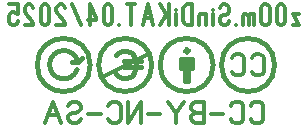
<source format=gbr>
%FSLAX34Y34*%
%MOMM*%
%LNSILK_BOTTOM*%
G71*
G01*
%ADD10C,0.318*%
%ADD11C,0.400*%
%ADD12C,0.300*%
%ADD13C,0.413*%
%LPD*%
G54D10*
X569382Y1202443D02*
X570716Y1200221D01*
X573382Y1199110D01*
X576049Y1199110D01*
X578716Y1200221D01*
X580049Y1202443D01*
X580049Y1213554D01*
X578716Y1215777D01*
X576049Y1216888D01*
X573382Y1216888D01*
X570716Y1215777D01*
X569382Y1213554D01*
G54D10*
X552494Y1202443D02*
X553826Y1200221D01*
X556494Y1199110D01*
X559160Y1199110D01*
X561826Y1200221D01*
X563160Y1202443D01*
X563160Y1213554D01*
X561826Y1215777D01*
X559160Y1216888D01*
X556494Y1216888D01*
X553826Y1215777D01*
X552494Y1213554D01*
G54D11*
G75*
G01X588800Y1208000D02*
G03X588800Y1208000I-22500J0D01*
G01*
G54D10*
X568684Y1162173D02*
X570016Y1159951D01*
X572684Y1158840D01*
X575350Y1158840D01*
X578016Y1159951D01*
X579350Y1162173D01*
X579350Y1173284D01*
X578016Y1175507D01*
X575350Y1176618D01*
X572684Y1176618D01*
X570016Y1175507D01*
X568684Y1173284D01*
G54D10*
X551794Y1162173D02*
X553128Y1159951D01*
X555794Y1158840D01*
X558461Y1158840D01*
X561128Y1159951D01*
X562461Y1162173D01*
X562461Y1173284D01*
X561128Y1175507D01*
X558461Y1176618D01*
X555794Y1176618D01*
X553128Y1175507D01*
X551794Y1173284D01*
G54D10*
X545572Y1166618D02*
X534906Y1166618D01*
G54D10*
X528683Y1158840D02*
X528683Y1176618D01*
X522016Y1176618D01*
X519350Y1175507D01*
X518016Y1173284D01*
X518016Y1171062D01*
X519350Y1168840D01*
X522016Y1167729D01*
X519350Y1166618D01*
X518016Y1164396D01*
X518016Y1162173D01*
X519350Y1159951D01*
X522016Y1158840D01*
X528683Y1158840D01*
G54D10*
X528683Y1167729D02*
X522016Y1167729D01*
G54D10*
X511794Y1176618D02*
X505127Y1167729D01*
X505127Y1158840D01*
G54D10*
X505127Y1167729D02*
X498461Y1176618D01*
G54D10*
X492239Y1166618D02*
X481572Y1166618D01*
G54D10*
X475350Y1158840D02*
X475350Y1176618D01*
X464683Y1158840D01*
X464683Y1176618D01*
G54D10*
X447794Y1162173D02*
X449128Y1159951D01*
X451794Y1158840D01*
X454461Y1158840D01*
X457128Y1159951D01*
X458461Y1162173D01*
X458461Y1173284D01*
X457128Y1175507D01*
X454461Y1176618D01*
X451794Y1176618D01*
X449128Y1175507D01*
X447794Y1173284D01*
G54D10*
X441572Y1166618D02*
X430905Y1166618D01*
G54D10*
X424683Y1162173D02*
X423350Y1159951D01*
X420683Y1158840D01*
X418016Y1158840D01*
X415350Y1159951D01*
X414016Y1162173D01*
X414016Y1164396D01*
X415350Y1166618D01*
X418016Y1167729D01*
X420683Y1167729D01*
X423350Y1168840D01*
X424683Y1171062D01*
X424683Y1173284D01*
X423350Y1175507D01*
X420683Y1176618D01*
X418016Y1176618D01*
X415350Y1175507D01*
X414016Y1173284D01*
G54D10*
X407794Y1158840D02*
X401127Y1176618D01*
X394461Y1158840D01*
G54D10*
X405127Y1165507D02*
X397127Y1165507D01*
G54D11*
G75*
G01X516100Y1220000D02*
G03X516100Y1220000I-1500J0D01*
G01*
G54D11*
G75*
G01X536800Y1208000D02*
G03X536800Y1208000I-22500J0D01*
G01*
G36*
X519600Y1213000D02*
X509600Y1213000D01*
X509600Y1205000D01*
X512600Y1205000D01*
X512600Y1194000D01*
X516600Y1194000D01*
X516600Y1205000D01*
X519600Y1205000D01*
X519600Y1213000D01*
G37*
G54D12*
X519600Y1213000D02*
X509600Y1213000D01*
X509600Y1205000D01*
X512600Y1205000D01*
X512600Y1194000D01*
X516600Y1194000D01*
X516600Y1205000D01*
X519600Y1205000D01*
X519600Y1213000D01*
G54D13*
X454605Y1200578D02*
X456454Y1198556D01*
X459690Y1197112D01*
X464312Y1197112D01*
X468010Y1198556D01*
X469858Y1201445D01*
X471245Y1208378D01*
X469858Y1215600D01*
X468010Y1218489D01*
X464312Y1220223D01*
X459690Y1220223D01*
X456454Y1218489D01*
X454605Y1216467D01*
G54D13*
X475405Y1210978D02*
X461538Y1210978D01*
G54D13*
X475405Y1206356D02*
X461538Y1206356D01*
G54D11*
G75*
G01X484800Y1208000D02*
G03X484800Y1208000I-22500J0D01*
G01*
G54D12*
X482600Y1217000D02*
X442600Y1198000D01*
G54D11*
G75*
G01X432800Y1208000D02*
G03X432800Y1208000I-22500J0D01*
G01*
G54D11*
G75*
G01X422205Y1210340D02*
G03X421663Y1204152I-11818J-2084D01*
G01*
G54D11*
X422305Y1210340D02*
X417460Y1210340D01*
X418200Y1210300D01*
G54D11*
X422205Y1210340D02*
X422340Y1210340D01*
X425600Y1213600D01*
G54D10*
X609500Y1251500D02*
X604167Y1251500D01*
X609500Y1241500D01*
X604167Y1241500D01*
G54D10*
X590834Y1255944D02*
X590834Y1244833D01*
X591723Y1242611D01*
X593501Y1241500D01*
X595278Y1241500D01*
X597056Y1242611D01*
X597945Y1244833D01*
X597945Y1255944D01*
X597056Y1258167D01*
X595278Y1259278D01*
X593501Y1259278D01*
X591723Y1258167D01*
X590834Y1255944D01*
G54D10*
X577501Y1255944D02*
X577501Y1244833D01*
X578390Y1242611D01*
X580168Y1241500D01*
X581945Y1241500D01*
X583723Y1242611D01*
X584612Y1244833D01*
X584612Y1255944D01*
X583723Y1258167D01*
X581945Y1259278D01*
X580168Y1259278D01*
X578390Y1258167D01*
X577501Y1255944D01*
G54D10*
X571279Y1241500D02*
X571279Y1251500D01*
G54D10*
X571279Y1249722D02*
X569501Y1251500D01*
X567723Y1250833D01*
X566835Y1249278D01*
X566835Y1241500D01*
G54D10*
X566835Y1249722D02*
X565057Y1251500D01*
X563279Y1250833D01*
X562390Y1249278D01*
X562390Y1241500D01*
G54D10*
X556168Y1241500D02*
X556168Y1241500D01*
G54D10*
X549946Y1244833D02*
X549057Y1242611D01*
X547279Y1241500D01*
X545502Y1241500D01*
X543724Y1242611D01*
X542835Y1244833D01*
X542835Y1247056D01*
X543724Y1249278D01*
X545502Y1250389D01*
X547279Y1250389D01*
X549057Y1251500D01*
X549946Y1253722D01*
X549946Y1255944D01*
X549057Y1258167D01*
X547279Y1259278D01*
X545502Y1259278D01*
X543724Y1258167D01*
X542835Y1255944D01*
G54D10*
X536613Y1241500D02*
X536613Y1251500D01*
G54D10*
X536613Y1254833D02*
X536613Y1254833D01*
G54D10*
X530391Y1241500D02*
X530391Y1251500D01*
G54D10*
X530391Y1249278D02*
X529502Y1250833D01*
X527724Y1251500D01*
X525947Y1250833D01*
X525058Y1249278D01*
X525058Y1241500D01*
G54D10*
X518836Y1241500D02*
X518836Y1259278D01*
X514392Y1259278D01*
X512614Y1258167D01*
X511725Y1255944D01*
X511725Y1244833D01*
X512614Y1242611D01*
X514392Y1241500D01*
X518836Y1241500D01*
G54D10*
X505503Y1241500D02*
X505503Y1251500D01*
G54D10*
X505503Y1254833D02*
X505503Y1254833D01*
G54D10*
X499281Y1241500D02*
X499281Y1259278D01*
G54D10*
X499281Y1247056D02*
X492170Y1259278D01*
G54D10*
X496614Y1250389D02*
X492170Y1241500D01*
G54D10*
X485948Y1241500D02*
X481504Y1259278D01*
X477059Y1241500D01*
G54D10*
X484170Y1248167D02*
X478837Y1248167D01*
G54D10*
X467281Y1241500D02*
X467281Y1259278D01*
G54D10*
X470837Y1259278D02*
X463726Y1259278D01*
G54D10*
X457504Y1241500D02*
X457504Y1241500D01*
G54D10*
X444171Y1255944D02*
X444171Y1244833D01*
X445060Y1242611D01*
X446838Y1241500D01*
X448615Y1241500D01*
X450393Y1242611D01*
X451282Y1244833D01*
X451282Y1255944D01*
X450393Y1258167D01*
X448615Y1259278D01*
X446838Y1259278D01*
X445060Y1258167D01*
X444171Y1255944D01*
G54D10*
X432616Y1241500D02*
X432616Y1259278D01*
X437949Y1248167D01*
X437949Y1245944D01*
X430838Y1245944D01*
G54D10*
X424616Y1241500D02*
X417505Y1259278D01*
G54D10*
X404172Y1241500D02*
X411283Y1241500D01*
X411283Y1242611D01*
X410394Y1244833D01*
X405061Y1251500D01*
X404172Y1253722D01*
X404172Y1255944D01*
X405061Y1258167D01*
X406839Y1259278D01*
X408616Y1259278D01*
X410394Y1258167D01*
X411283Y1255944D01*
G54D10*
X390839Y1255944D02*
X390839Y1244833D01*
X391728Y1242611D01*
X393506Y1241500D01*
X395283Y1241500D01*
X397061Y1242611D01*
X397950Y1244833D01*
X397950Y1255944D01*
X397061Y1258167D01*
X395283Y1259278D01*
X393506Y1259278D01*
X391728Y1258167D01*
X390839Y1255944D01*
G54D10*
X377506Y1241500D02*
X384617Y1241500D01*
X384617Y1242611D01*
X383728Y1244833D01*
X378395Y1251500D01*
X377506Y1253722D01*
X377506Y1255944D01*
X378395Y1258167D01*
X380173Y1259278D01*
X381950Y1259278D01*
X383728Y1258167D01*
X384617Y1255944D01*
G54D10*
X364173Y1259278D02*
X371284Y1259278D01*
X371284Y1251500D01*
X370395Y1251500D01*
X368617Y1252611D01*
X366840Y1252611D01*
X365062Y1251500D01*
X364173Y1249278D01*
X364173Y1244833D01*
X365062Y1242611D01*
X366840Y1241500D01*
X368617Y1241500D01*
X370395Y1242611D01*
X371284Y1244833D01*
M02*

</source>
